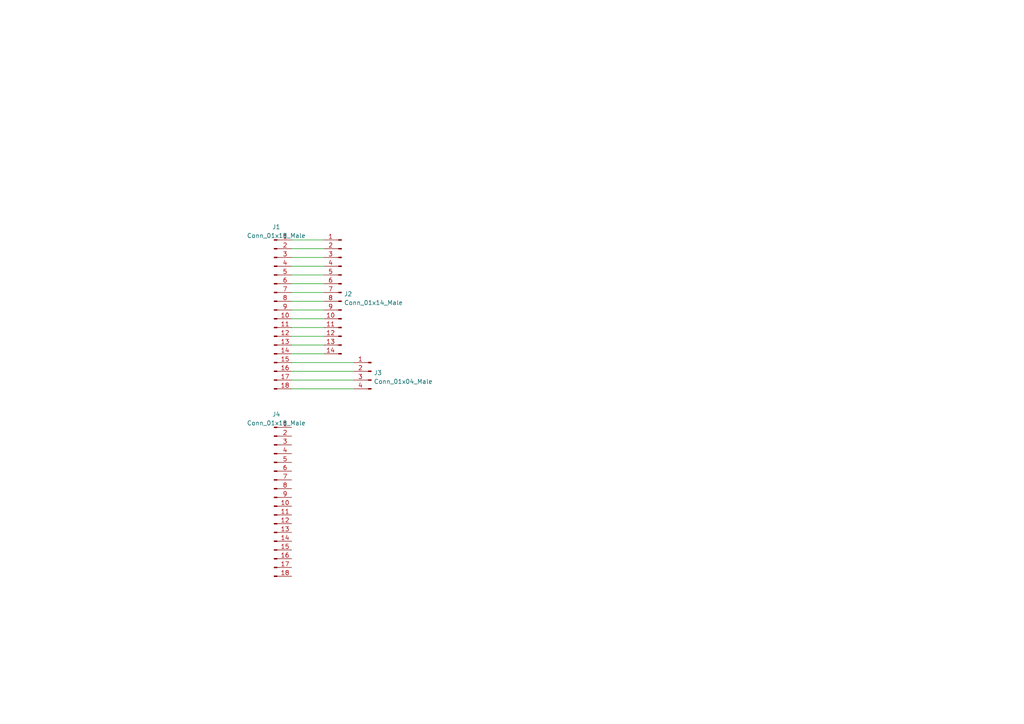
<source format=kicad_sch>
(kicad_sch (version 20211123) (generator eeschema)
  (paper "A4")
  (lib_symbols
    (symbol "Connector:Conn_01x04_Male" (pin_names (offset 1.016) hide)
      (property "Reference" "J" (at 0 5.08 0))
      (property "Value" "Conn_01x04_Male" (at 0 -7.62 0))
      (symbol "Conn_01x04_Male_1_1"
        (polyline (pts (xy 1.27 -5.08) (xy 0.8636 -5.08)) (stroke (width 0.1524)))
        (polyline (pts (xy 1.27 -2.54) (xy 0.8636 -2.54)) (stroke (width 0.1524)))
        (polyline (pts (xy 1.27 0) (xy 0.8636 0)) (stroke (width 0.1524)))
        (polyline (pts (xy 1.27 2.54) (xy 0.8636 2.54)) (stroke (width 0.1524)))
        (rectangle (start 0.8636 -4.953) (end 0 -5.207) (stroke (width 0.1524)) (fill (type outline)))
        (rectangle (start 0.8636 -2.413) (end 0 -2.667) (stroke (width 0.1524)) (fill (type outline)))
        (rectangle (start 0.8636 0.127) (end 0 -0.127) (stroke (width 0.1524)) (fill (type outline)))
        (rectangle (start 0.8636 2.667) (end 0 2.413) (stroke (width 0.1524)) (fill (type outline)))
        (pin passive line (at 5.08 2.54 180) (length 3.81) (name "Pin_1") (number "1"))
        (pin passive line (at 5.08 0 180) (length 3.81) (name "Pin_2") (number "2"))
        (pin passive line (at 5.08 -2.54 180) (length 3.81) (name "Pin_3") (number "3"))
        (pin passive line (at 5.08 -5.08 180) (length 3.81) (name "Pin_4") (number "4"))
      )
    )
    (symbol "Connector:Conn_01x14_Male" (pin_names (offset 1.016) hide)
      (property "Reference" "J" (at 0 17.78 0))
      (property "Value" "Conn_01x14_Male" (at 0 -20.32 0))
      (symbol "Conn_01x14_Male_1_1"
        (polyline (pts (xy 1.27 -17.78) (xy 0.8636 -17.78)) (stroke (width 0.1524)))
        (polyline (pts (xy 1.27 -15.24) (xy 0.8636 -15.24)) (stroke (width 0.1524)))
        (polyline (pts (xy 1.27 -12.7) (xy 0.8636 -12.7)) (stroke (width 0.1524)))
        (polyline (pts (xy 1.27 -10.16) (xy 0.8636 -10.16)) (stroke (width 0.1524)))
        (polyline (pts (xy 1.27 -7.62) (xy 0.8636 -7.62)) (stroke (width 0.1524)))
        (polyline (pts (xy 1.27 -5.08) (xy 0.8636 -5.08)) (stroke (width 0.1524)))
        (polyline (pts (xy 1.27 -2.54) (xy 0.8636 -2.54)) (stroke (width 0.1524)))
        (polyline (pts (xy 1.27 0) (xy 0.8636 0)) (stroke (width 0.1524)))
        (polyline (pts (xy 1.27 2.54) (xy 0.8636 2.54)) (stroke (width 0.1524)))
        (polyline (pts (xy 1.27 5.08) (xy 0.8636 5.08)) (stroke (width 0.1524)))
        (polyline (pts (xy 1.27 7.62) (xy 0.8636 7.62)) (stroke (width 0.1524)))
        (polyline (pts (xy 1.27 10.16) (xy 0.8636 10.16)) (stroke (width 0.1524)))
        (polyline (pts (xy 1.27 12.7) (xy 0.8636 12.7)) (stroke (width 0.1524)))
        (polyline (pts (xy 1.27 15.24) (xy 0.8636 15.24)) (stroke (width 0.1524)))
        (rectangle (start 0.8636 -17.653) (end 0 -17.907) (stroke (width 0.1524)) (fill (type outline)))
        (rectangle (start 0.8636 -15.113) (end 0 -15.367) (stroke (width 0.1524)) (fill (type outline)))
        (rectangle (start 0.8636 -12.573) (end 0 -12.827) (stroke (width 0.1524)) (fill (type outline)))
        (rectangle (start 0.8636 -10.033) (end 0 -10.287) (stroke (width 0.1524)) (fill (type outline)))
        (rectangle (start 0.8636 -7.493) (end 0 -7.747) (stroke (width 0.1524)) (fill (type outline)))
        (rectangle (start 0.8636 -4.953) (end 0 -5.207) (stroke (width 0.1524)) (fill (type outline)))
        (rectangle (start 0.8636 -2.413) (end 0 -2.667) (stroke (width 0.1524)) (fill (type outline)))
        (rectangle (start 0.8636 0.127) (end 0 -0.127) (stroke (width 0.1524)) (fill (type outline)))
        (rectangle (start 0.8636 2.667) (end 0 2.413) (stroke (width 0.1524)) (fill (type outline)))
        (rectangle (start 0.8636 5.207) (end 0 4.953) (stroke (width 0.1524)) (fill (type outline)))
        (rectangle (start 0.8636 7.747) (end 0 7.493) (stroke (width 0.1524)) (fill (type outline)))
        (rectangle (start 0.8636 10.287) (end 0 10.033) (stroke (width 0.1524)) (fill (type outline)))
        (rectangle (start 0.8636 12.827) (end 0 12.573) (stroke (width 0.1524)) (fill (type outline)))
        (rectangle (start 0.8636 15.367) (end 0 15.113) (stroke (width 0.1524)) (fill (type outline)))
        (pin passive line (at 5.08 15.24 180) (length 3.81) (name "Pin_1") (number "1"))
        (pin passive line (at 5.08 -7.62 180) (length 3.81) (name "Pin_10") (number "10"))
        (pin passive line (at 5.08 -10.16 180) (length 3.81) (name "Pin_11") (number "11"))
        (pin passive line (at 5.08 -12.7 180) (length 3.81) (name "Pin_12") (number "12"))
        (pin passive line (at 5.08 -15.24 180) (length 3.81) (name "Pin_13") (number "13"))
        (pin passive line (at 5.08 -17.78 180) (length 3.81) (name "Pin_14") (number "14"))
        (pin passive line (at 5.08 12.7 180) (length 3.81) (name "Pin_2") (number "2"))
        (pin passive line (at 5.08 10.16 180) (length 3.81) (name "Pin_3") (number "3"))
        (pin passive line (at 5.08 7.62 180) (length 3.81) (name "Pin_4") (number "4"))
        (pin passive line (at 5.08 5.08 180) (length 3.81) (name "Pin_5") (number "5"))
        (pin passive line (at 5.08 2.54 180) (length 3.81) (name "Pin_6") (number "6"))
        (pin passive line (at 5.08 0 180) (length 3.81) (name "Pin_7") (number "7"))
        (pin passive line (at 5.08 -2.54 180) (length 3.81) (name "Pin_8") (number "8"))
        (pin passive line (at 5.08 -5.08 180) (length 3.81) (name "Pin_9") (number "9"))
      )
    )
    (symbol "Connector:Conn_01x18_Male" (pin_names (offset 1.016) hide)
      (property "Reference" "J" (at 0 22.86 0))
      (property "Value" "Conn_01x18_Male" (at 0 -25.4 0))
      (symbol "Conn_01x18_Male_1_1"
        (polyline (pts (xy 1.27 -22.86) (xy 0.8636 -22.86)) (stroke (width 0.1524)))
        (polyline (pts (xy 1.27 -20.32) (xy 0.8636 -20.32)) (stroke (width 0.1524)))
        (polyline (pts (xy 1.27 -17.78) (xy 0.8636 -17.78)) (stroke (width 0.1524)))
        (polyline (pts (xy 1.27 -15.24) (xy 0.8636 -15.24)) (stroke (width 0.1524)))
        (polyline (pts (xy 1.27 -12.7) (xy 0.8636 -12.7)) (stroke (width 0.1524)))
        (polyline (pts (xy 1.27 -10.16) (xy 0.8636 -10.16)) (stroke (width 0.1524)))
        (polyline (pts (xy 1.27 -7.62) (xy 0.8636 -7.62)) (stroke (width 0.1524)))
        (polyline (pts (xy 1.27 -5.08) (xy 0.8636 -5.08)) (stroke (width 0.1524)))
        (polyline (pts (xy 1.27 -2.54) (xy 0.8636 -2.54)) (stroke (width 0.1524)))
        (polyline (pts (xy 1.27 0) (xy 0.8636 0)) (stroke (width 0.1524)))
        (polyline (pts (xy 1.27 2.54) (xy 0.8636 2.54)) (stroke (width 0.1524)))
        (polyline (pts (xy 1.27 5.08) (xy 0.8636 5.08)) (stroke (width 0.1524)))
        (polyline (pts (xy 1.27 7.62) (xy 0.8636 7.62)) (stroke (width 0.1524)))
        (polyline (pts (xy 1.27 10.16) (xy 0.8636 10.16)) (stroke (width 0.1524)))
        (polyline (pts (xy 1.27 12.7) (xy 0.8636 12.7)) (stroke (width 0.1524)))
        (polyline (pts (xy 1.27 15.24) (xy 0.8636 15.24)) (stroke (width 0.1524)))
        (polyline (pts (xy 1.27 17.78) (xy 0.8636 17.78)) (stroke (width 0.1524)))
        (polyline (pts (xy 1.27 20.32) (xy 0.8636 20.32)) (stroke (width 0.1524)))
        (rectangle (start 0.8636 -22.733) (end 0 -22.987) (stroke (width 0.1524)) (fill (type outline)))
        (rectangle (start 0.8636 -20.193) (end 0 -20.447) (stroke (width 0.1524)) (fill (type outline)))
        (rectangle (start 0.8636 -17.653) (end 0 -17.907) (stroke (width 0.1524)) (fill (type outline)))
        (rectangle (start 0.8636 -15.113) (end 0 -15.367) (stroke (width 0.1524)) (fill (type outline)))
        (rectangle (start 0.8636 -12.573) (end 0 -12.827) (stroke (width 0.1524)) (fill (type outline)))
        (rectangle (start 0.8636 -10.033) (end 0 -10.287) (stroke (width 0.1524)) (fill (type outline)))
        (rectangle (start 0.8636 -7.493) (end 0 -7.747) (stroke (width 0.1524)) (fill (type outline)))
        (rectangle (start 0.8636 -4.953) (end 0 -5.207) (stroke (width 0.1524)) (fill (type outline)))
        (rectangle (start 0.8636 -2.413) (end 0 -2.667) (stroke (width 0.1524)) (fill (type outline)))
        (rectangle (start 0.8636 0.127) (end 0 -0.127) (stroke (width 0.1524)) (fill (type outline)))
        (rectangle (start 0.8636 2.667) (end 0 2.413) (stroke (width 0.1524)) (fill (type outline)))
        (rectangle (start 0.8636 5.207) (end 0 4.953) (stroke (width 0.1524)) (fill (type outline)))
        (rectangle (start 0.8636 7.747) (end 0 7.493) (stroke (width 0.1524)) (fill (type outline)))
        (rectangle (start 0.8636 10.287) (end 0 10.033) (stroke (width 0.1524)) (fill (type outline)))
        (rectangle (start 0.8636 12.827) (end 0 12.573) (stroke (width 0.1524)) (fill (type outline)))
        (rectangle (start 0.8636 15.367) (end 0 15.113) (stroke (width 0.1524)) (fill (type outline)))
        (rectangle (start 0.8636 17.907) (end 0 17.653) (stroke (width 0.1524)) (fill (type outline)))
        (rectangle (start 0.8636 20.447) (end 0 20.193) (stroke (width 0.1524)) (fill (type outline)))
        (pin passive line (at 5.08 20.32 180) (length 3.81) (name "Pin_1") (number "1"))
        (pin passive line (at 5.08 -2.54 180) (length 3.81) (name "Pin_10") (number "10"))
        (pin passive line (at 5.08 -5.08 180) (length 3.81) (name "Pin_11") (number "11"))
        (pin passive line (at 5.08 -7.62 180) (length 3.81) (name "Pin_12") (number "12"))
        (pin passive line (at 5.08 -10.16 180) (length 3.81) (name "Pin_13") (number "13"))
        (pin passive line (at 5.08 -12.7 180) (length 3.81) (name "Pin_14") (number "14"))
        (pin passive line (at 5.08 -15.24 180) (length 3.81) (name "Pin_15") (number "15"))
        (pin passive line (at 5.08 -17.78 180) (length 3.81) (name "Pin_16") (number "16"))
        (pin passive line (at 5.08 -20.32 180) (length 3.81) (name "Pin_17") (number "17"))
        (pin passive line (at 5.08 -22.86 180) (length 3.81) (name "Pin_18") (number "18"))
        (pin passive line (at 5.08 17.78 180) (length 3.81) (name "Pin_2") (number "2"))
        (pin passive line (at 5.08 15.24 180) (length 3.81) (name "Pin_3") (number "3"))
        (pin passive line (at 5.08 12.7 180) (length 3.81) (name "Pin_4") (number "4"))
        (pin passive line (at 5.08 10.16 180) (length 3.81) (name "Pin_5") (number "5"))
        (pin passive line (at 5.08 7.62 180) (length 3.81) (name "Pin_6") (number "6"))
        (pin passive line (at 5.08 5.08 180) (length 3.81) (name "Pin_7") (number "7"))
        (pin passive line (at 5.08 2.54 180) (length 3.81) (name "Pin_8") (number "8"))
        (pin passive line (at 5.08 0 180) (length 3.81) (name "Pin_9") (number "9"))
      )
    )
  )
  (wire (pts (xy 84.582 74.676) (xy 93.98 74.676)))
  (wire (pts (xy 84.582 107.696) (xy 102.616 107.696)))
  (wire (pts (xy 84.582 84.836) (xy 93.98 84.836)))
  (wire (pts (xy 84.582 102.616) (xy 93.98 102.616)))
  (wire (pts (xy 84.582 89.916) (xy 93.98 89.916)))
  (wire (pts (xy 84.582 79.756) (xy 93.98 79.756)))
  (wire (pts (xy 84.582 97.536) (xy 93.98 97.536)))
  (wire (pts (xy 84.582 110.236) (xy 102.616 110.236)))
  (wire (pts (xy 84.582 100.076) (xy 93.98 100.076)))
  (wire (pts (xy 84.582 87.376) (xy 93.98 87.376)))
  (wire (pts (xy 84.582 112.776) (xy 102.616 112.776)))
  (wire (pts (xy 84.582 69.596) (xy 93.98 69.596)))
  (wire (pts (xy 84.582 72.136) (xy 93.98 72.136)))
  (wire (pts (xy 84.582 82.296) (xy 93.98 82.296)))
  (wire (pts (xy 84.582 105.156) (xy 102.616 105.156)))
  (wire (pts (xy 84.582 92.456) (xy 93.98 92.456)))
  (wire (pts (xy 84.582 94.996) (xy 93.98 94.996)))
  (wire (pts (xy 84.582 77.216) (xy 93.98 77.216)))
  (symbol (lib_id "Connector:Conn_01x14_Male") (at 99.06 84.836 0) (mirror y) (unit 1)
    (property "Reference" "J2" (at 99.7712 85.2713 0) (effects (justify right)))
    (property "Value" "Conn_01x14_Male" (at 99.7712 87.8082 0) (effects (justify right)))
    (property "Footprint" "Connector_PinSocket_2.54mm:PinSocket_1x14_P2.54mm_Vertical" (effects hide))
  )
  (symbol (lib_id "Connector:Conn_01x18_Male") (at 79.502 144.272 0) (unit 1)
    (property "Reference" "J4" (at 80.137 120.176 0))
    (property "Value" "Conn_01x18_Male" (at 80.137 122.7129 0))
    (property "Footprint" "Connector_PinSocket_1.27mm:PinSocket_2x09_P1.27mm_Vertical" (effects hide))
  )
  (symbol (lib_id "Connector:Conn_01x18_Male") (at 79.502 89.916 0) (unit 1)
    (property "Reference" "J1" (at 80.137 65.82 0))
    (property "Value" "Conn_01x18_Male" (at 80.137 68.3569 0))
    (property "Footprint" "Connector_PinSocket_2.54mm:PinSocket_2x09_P2.54mm_Vertical" (effects hide))
  )
  (symbol (lib_id "Connector:Conn_01x04_Male") (at 107.696 107.696 0) (mirror y) (unit 1)
    (property "Reference" "J3" (at 108.4072 108.1313 0) (effects (justify right)))
    (property "Value" "Conn_01x04_Male" (at 108.4072 110.6682 0) (effects (justify right)))
    (property "Footprint" "Connector_PinSocket_2.54mm:PinSocket_1x04_P2.54mm_Vertical" (effects hide))
  )
)
</source>
